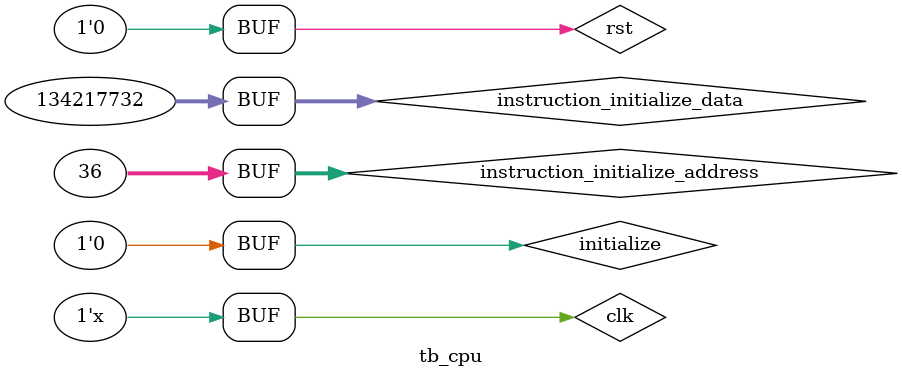
<source format=v>
`timescale 1ns / 1ns


module tb_cpu;

	// Inputs
	reg rst;
	reg clk;
	reg initialize;
	reg [31:0] instruction_initialize_data;
	reg [31:0] instruction_initialize_address;

	// Instantiate the Unit Under Test (UUT)
	cpu uut (
		.rst(rst), 
		.clk(clk), 
		.initialize(initialize), 
		.instruction_initialize_data(instruction_initialize_data), 
		.instruction_initialize_address(instruction_initialize_address)
	);

	initial begin
		// Initialize Inputs
		rst = 1;
		clk = 0;
		initialize = 1;
		instruction_initialize_data = 0;
		instruction_initialize_address = 0;

		#100;
      
		instruction_initialize_address = 0;
		instruction_initialize_data = 32'b000000_00000_00010_00001_00000_10_0000;      // ADD R1, R0, R2
		#20;
		
		instruction_initialize_address = 4;
		instruction_initialize_data = 32'b000000_00100_00100_01000_00000_10_0010;      // SUB R8, R4, $4
		#20;

		instruction_initialize_address = 8;
		instruction_initialize_data = 32'b000000_00101_00110_00111_00000_10_0101;      // OR R5, R6, 7
		#20;
		
		instruction_initialize_address = 12;
		instruction_initialize_data = 32'b101011_00000_01001_00000_00000_00_1100;      // SW R9, 12(R0)
		#20;
		
		instruction_initialize_address = 16;
		instruction_initialize_data = 32'b100011_00000_01100_00000_00000_00_1100;      // LW R12, 12(R0)
		#20
		
		instruction_initialize_address = 20;
		instruction_initialize_data = 32'b001000_00010_00101_0000000000001101;        // ADDi R5, R2, 13
		#20;
		
		instruction_initialize_address = 24;
		instruction_initialize_data = 32'b001111_00110_00110_0000000000000101;      // LUI R6, 5 
		#20;
		
//		instruction_initialize_address = 28;
//		instruction_initialize_data = 32'b000100_00000_00000_11111_11111_11_1111;      // BEQ R0, R0, -1
//		#20;

//        instruction_initialize_address = 28;
//		instruction_initialize_data = 32'b000101_00000_00100_11111_11111_11_1111;      // BNE R0, R4, -1
//		#20;
		
		instruction_initialize_address = 28;
		instruction_initialize_data = 32'b000000_00101_00100_00001_11111_10_1010;      // SLT R1, R5, R4,
		#20;
		
		instruction_initialize_address = 32;
		instruction_initialize_data = 32'b000000_00100_00101_00001_11111_10_1010;      // SLT R1, R4, R5
		#20;


		instruction_initialize_address = 36;
		instruction_initialize_data = 32'b000010_0000000000_0000_0000_0000_0100;      // J -4 (use absolute address 16/4)
		#20;
		
//        instruction_initialize_address = 36;
//		instruction_initialize_data = 32'b000010_000000_111100_001000_111111_01;      // J  to huge address
//		#20;	
		
		initialize = 0;
		rst = 0;
		
	end
      
always
#5 clk = ~clk;
endmodule


</source>
